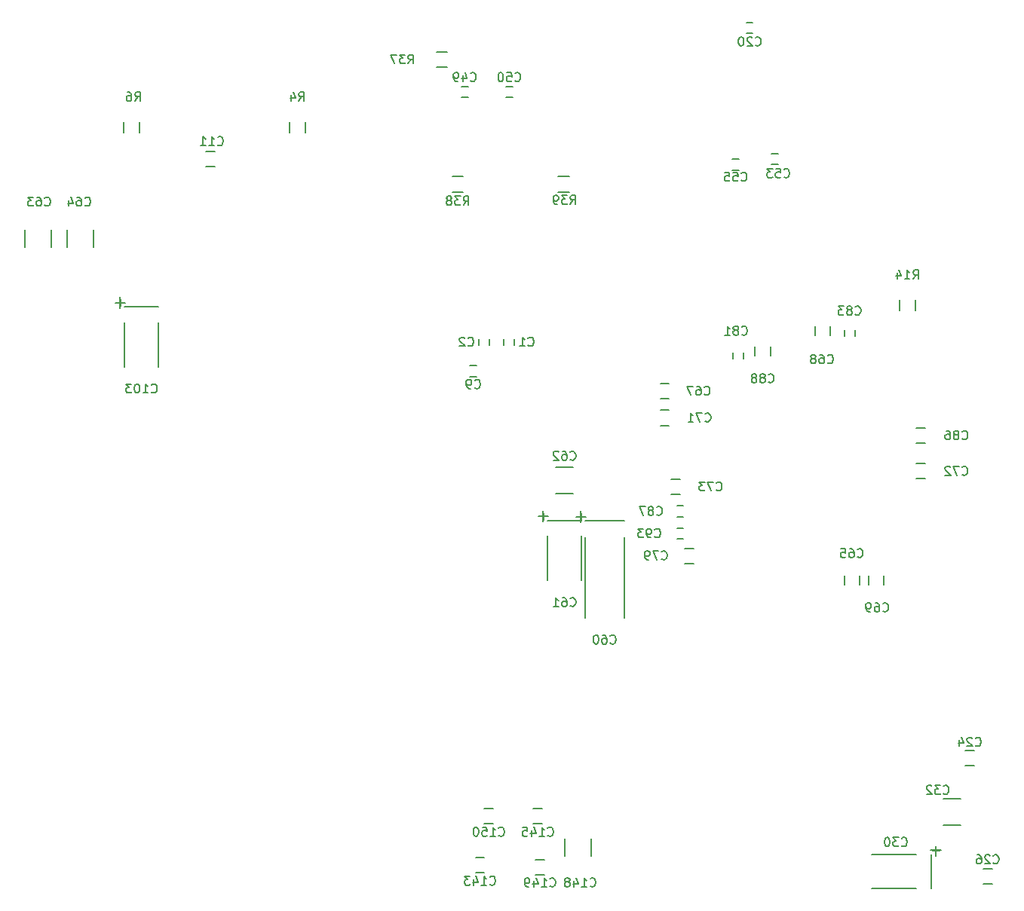
<source format=gbo>
G04 #@! TF.FileFunction,Legend,Bot*
%FSLAX46Y46*%
G04 Gerber Fmt 4.6, Leading zero omitted, Abs format (unit mm)*
G04 Created by KiCad (PCBNEW 0.201412201901+5330~19~ubuntu14.04.1-product) date ti. 30. des. 2014 kl. 17.44 +0100*
%MOMM*%
G01*
G04 APERTURE LIST*
%ADD10C,0.100000*%
%ADD11C,0.150000*%
G04 APERTURE END LIST*
D10*
D11*
X95150000Y-73400000D02*
X95150000Y-74100000D01*
X96350000Y-74100000D02*
X96350000Y-73400000D01*
X92400000Y-73400000D02*
X92400000Y-74100000D01*
X93600000Y-74100000D02*
X93600000Y-73400000D01*
X92100000Y-76400000D02*
X91400000Y-76400000D01*
X91400000Y-77600000D02*
X92100000Y-77600000D01*
X61700000Y-52350000D02*
X62700000Y-52350000D01*
X62700000Y-54050000D02*
X61700000Y-54050000D01*
X123150000Y-37800000D02*
X122450000Y-37800000D01*
X122450000Y-39000000D02*
X123150000Y-39000000D01*
X148000000Y-121350000D02*
X147000000Y-121350000D01*
X147000000Y-119650000D02*
X148000000Y-119650000D01*
X150000000Y-134600000D02*
X149000000Y-134600000D01*
X149000000Y-132900000D02*
X150000000Y-132900000D01*
X146500000Y-127975000D02*
X144500000Y-127975000D01*
X144500000Y-125025000D02*
X146500000Y-125025000D01*
X91150000Y-45000000D02*
X90450000Y-45000000D01*
X90450000Y-46200000D02*
X91150000Y-46200000D01*
X95450000Y-46200000D02*
X96150000Y-46200000D01*
X96150000Y-45000000D02*
X95450000Y-45000000D01*
X125250000Y-53800000D02*
X125950000Y-53800000D01*
X125950000Y-52600000D02*
X125250000Y-52600000D01*
X120850000Y-54400000D02*
X121550000Y-54400000D01*
X121550000Y-53200000D02*
X120850000Y-53200000D01*
X104300360Y-93796660D02*
X108699640Y-93796660D01*
X108699640Y-95699120D02*
X108699640Y-104700880D01*
X104300360Y-104700880D02*
X104300360Y-95699120D01*
X103297060Y-93342000D02*
X104396880Y-93342000D01*
X103797440Y-92742560D02*
X103797440Y-93941440D01*
X100100080Y-93798840D02*
X103899920Y-93798840D01*
X100100080Y-100499360D02*
X100100080Y-95500640D01*
X103899920Y-100496820D02*
X103899920Y-95498100D01*
X99096780Y-93295920D02*
X100196600Y-93295920D01*
X99597160Y-92696480D02*
X99597160Y-93895360D01*
X101000000Y-87775000D02*
X103000000Y-87775000D01*
X103000000Y-90725000D02*
X101000000Y-90725000D01*
X44375000Y-61100000D02*
X44375000Y-63100000D01*
X41425000Y-63100000D02*
X41425000Y-61100000D01*
X49075000Y-61100000D02*
X49075000Y-63100000D01*
X46125000Y-63100000D02*
X46125000Y-61100000D01*
X133400000Y-101000000D02*
X133400000Y-100000000D01*
X135100000Y-100000000D02*
X135100000Y-101000000D01*
X112750000Y-78400000D02*
X113750000Y-78400000D01*
X113750000Y-80100000D02*
X112750000Y-80100000D01*
X131850000Y-72000000D02*
X131850000Y-73000000D01*
X130150000Y-73000000D02*
X130150000Y-72000000D01*
X136150000Y-101000000D02*
X136150000Y-100000000D01*
X137850000Y-100000000D02*
X137850000Y-101000000D01*
X112750000Y-81400000D02*
X113750000Y-81400000D01*
X113750000Y-83100000D02*
X112750000Y-83100000D01*
X142500000Y-89100000D02*
X141500000Y-89100000D01*
X141500000Y-87400000D02*
X142500000Y-87400000D01*
X114000000Y-89150000D02*
X115000000Y-89150000D01*
X115000000Y-90850000D02*
X114000000Y-90850000D01*
X115500000Y-96900000D02*
X116500000Y-96900000D01*
X116500000Y-98600000D02*
X115500000Y-98600000D01*
X122100000Y-75600000D02*
X122100000Y-74900000D01*
X120900000Y-74900000D02*
X120900000Y-75600000D01*
X134600000Y-73100000D02*
X134600000Y-72400000D01*
X133400000Y-72400000D02*
X133400000Y-73100000D01*
X142500000Y-85100000D02*
X141500000Y-85100000D01*
X141500000Y-83400000D02*
X142500000Y-83400000D01*
X115350000Y-92150000D02*
X114650000Y-92150000D01*
X114650000Y-93350000D02*
X115350000Y-93350000D01*
X125100000Y-74250000D02*
X125100000Y-75250000D01*
X123400000Y-75250000D02*
X123400000Y-74250000D01*
X115350000Y-94650000D02*
X114650000Y-94650000D01*
X114650000Y-95850000D02*
X115350000Y-95850000D01*
X52600080Y-69798840D02*
X56399920Y-69798840D01*
X52600080Y-76499360D02*
X52600080Y-71500640D01*
X56399920Y-76496820D02*
X56399920Y-71498100D01*
X51596780Y-69295920D02*
X52696600Y-69295920D01*
X52097160Y-68696480D02*
X52097160Y-69895360D01*
X92000000Y-131650000D02*
X93000000Y-131650000D01*
X93000000Y-133350000D02*
X92000000Y-133350000D01*
X99500000Y-127850000D02*
X98500000Y-127850000D01*
X98500000Y-126150000D02*
X99500000Y-126150000D01*
X104975000Y-129500000D02*
X104975000Y-131500000D01*
X102025000Y-131500000D02*
X102025000Y-129500000D01*
X98750000Y-131900000D02*
X99750000Y-131900000D01*
X99750000Y-133600000D02*
X98750000Y-133600000D01*
X93000000Y-126150000D02*
X94000000Y-126150000D01*
X94000000Y-127850000D02*
X93000000Y-127850000D01*
X71125000Y-49000000D02*
X71125000Y-50200000D01*
X72875000Y-50200000D02*
X72875000Y-49000000D01*
X52525000Y-49000000D02*
X52525000Y-50200000D01*
X54275000Y-50200000D02*
X54275000Y-49000000D01*
X139625000Y-69000000D02*
X139625000Y-70200000D01*
X141375000Y-70200000D02*
X141375000Y-69000000D01*
X88800000Y-41125000D02*
X87600000Y-41125000D01*
X87600000Y-42875000D02*
X88800000Y-42875000D01*
X90600000Y-55125000D02*
X89400000Y-55125000D01*
X89400000Y-56875000D02*
X90600000Y-56875000D01*
X102500000Y-55125000D02*
X101300000Y-55125000D01*
X101300000Y-56875000D02*
X102500000Y-56875000D01*
X143201160Y-131350080D02*
X143201160Y-135149920D01*
X136500640Y-131350080D02*
X141499360Y-131350080D01*
X136503180Y-135149920D02*
X141501900Y-135149920D01*
X143704080Y-130346780D02*
X143704080Y-131446600D01*
X144303520Y-130847160D02*
X143104640Y-130847160D01*
X97916666Y-74107143D02*
X97964285Y-74154762D01*
X98107142Y-74202381D01*
X98202380Y-74202381D01*
X98345238Y-74154762D01*
X98440476Y-74059524D01*
X98488095Y-73964286D01*
X98535714Y-73773810D01*
X98535714Y-73630952D01*
X98488095Y-73440476D01*
X98440476Y-73345238D01*
X98345238Y-73250000D01*
X98202380Y-73202381D01*
X98107142Y-73202381D01*
X97964285Y-73250000D01*
X97916666Y-73297619D01*
X96964285Y-74202381D02*
X97535714Y-74202381D01*
X97250000Y-74202381D02*
X97250000Y-73202381D01*
X97345238Y-73345238D01*
X97440476Y-73440476D01*
X97535714Y-73488095D01*
X91166666Y-74107143D02*
X91214285Y-74154762D01*
X91357142Y-74202381D01*
X91452380Y-74202381D01*
X91595238Y-74154762D01*
X91690476Y-74059524D01*
X91738095Y-73964286D01*
X91785714Y-73773810D01*
X91785714Y-73630952D01*
X91738095Y-73440476D01*
X91690476Y-73345238D01*
X91595238Y-73250000D01*
X91452380Y-73202381D01*
X91357142Y-73202381D01*
X91214285Y-73250000D01*
X91166666Y-73297619D01*
X90785714Y-73297619D02*
X90738095Y-73250000D01*
X90642857Y-73202381D01*
X90404761Y-73202381D01*
X90309523Y-73250000D01*
X90261904Y-73297619D01*
X90214285Y-73392857D01*
X90214285Y-73488095D01*
X90261904Y-73630952D01*
X90833333Y-74202381D01*
X90214285Y-74202381D01*
X91916666Y-78857143D02*
X91964285Y-78904762D01*
X92107142Y-78952381D01*
X92202380Y-78952381D01*
X92345238Y-78904762D01*
X92440476Y-78809524D01*
X92488095Y-78714286D01*
X92535714Y-78523810D01*
X92535714Y-78380952D01*
X92488095Y-78190476D01*
X92440476Y-78095238D01*
X92345238Y-78000000D01*
X92202380Y-77952381D01*
X92107142Y-77952381D01*
X91964285Y-78000000D01*
X91916666Y-78047619D01*
X91440476Y-78952381D02*
X91250000Y-78952381D01*
X91154761Y-78904762D01*
X91107142Y-78857143D01*
X91011904Y-78714286D01*
X90964285Y-78523810D01*
X90964285Y-78142857D01*
X91011904Y-78047619D01*
X91059523Y-78000000D01*
X91154761Y-77952381D01*
X91345238Y-77952381D01*
X91440476Y-78000000D01*
X91488095Y-78047619D01*
X91535714Y-78142857D01*
X91535714Y-78380952D01*
X91488095Y-78476190D01*
X91440476Y-78523810D01*
X91345238Y-78571429D01*
X91154761Y-78571429D01*
X91059523Y-78523810D01*
X91011904Y-78476190D01*
X90964285Y-78380952D01*
X63042857Y-51557143D02*
X63090476Y-51604762D01*
X63233333Y-51652381D01*
X63328571Y-51652381D01*
X63471429Y-51604762D01*
X63566667Y-51509524D01*
X63614286Y-51414286D01*
X63661905Y-51223810D01*
X63661905Y-51080952D01*
X63614286Y-50890476D01*
X63566667Y-50795238D01*
X63471429Y-50700000D01*
X63328571Y-50652381D01*
X63233333Y-50652381D01*
X63090476Y-50700000D01*
X63042857Y-50747619D01*
X62090476Y-51652381D02*
X62661905Y-51652381D01*
X62376191Y-51652381D02*
X62376191Y-50652381D01*
X62471429Y-50795238D01*
X62566667Y-50890476D01*
X62661905Y-50938095D01*
X61138095Y-51652381D02*
X61709524Y-51652381D01*
X61423810Y-51652381D02*
X61423810Y-50652381D01*
X61519048Y-50795238D01*
X61614286Y-50890476D01*
X61709524Y-50938095D01*
X123442857Y-40357143D02*
X123490476Y-40404762D01*
X123633333Y-40452381D01*
X123728571Y-40452381D01*
X123871429Y-40404762D01*
X123966667Y-40309524D01*
X124014286Y-40214286D01*
X124061905Y-40023810D01*
X124061905Y-39880952D01*
X124014286Y-39690476D01*
X123966667Y-39595238D01*
X123871429Y-39500000D01*
X123728571Y-39452381D01*
X123633333Y-39452381D01*
X123490476Y-39500000D01*
X123442857Y-39547619D01*
X123061905Y-39547619D02*
X123014286Y-39500000D01*
X122919048Y-39452381D01*
X122680952Y-39452381D01*
X122585714Y-39500000D01*
X122538095Y-39547619D01*
X122490476Y-39642857D01*
X122490476Y-39738095D01*
X122538095Y-39880952D01*
X123109524Y-40452381D01*
X122490476Y-40452381D01*
X121871429Y-39452381D02*
X121776190Y-39452381D01*
X121680952Y-39500000D01*
X121633333Y-39547619D01*
X121585714Y-39642857D01*
X121538095Y-39833333D01*
X121538095Y-40071429D01*
X121585714Y-40261905D01*
X121633333Y-40357143D01*
X121680952Y-40404762D01*
X121776190Y-40452381D01*
X121871429Y-40452381D01*
X121966667Y-40404762D01*
X122014286Y-40357143D01*
X122061905Y-40261905D01*
X122109524Y-40071429D01*
X122109524Y-39833333D01*
X122061905Y-39642857D01*
X122014286Y-39547619D01*
X121966667Y-39500000D01*
X121871429Y-39452381D01*
X148142857Y-119057143D02*
X148190476Y-119104762D01*
X148333333Y-119152381D01*
X148428571Y-119152381D01*
X148571429Y-119104762D01*
X148666667Y-119009524D01*
X148714286Y-118914286D01*
X148761905Y-118723810D01*
X148761905Y-118580952D01*
X148714286Y-118390476D01*
X148666667Y-118295238D01*
X148571429Y-118200000D01*
X148428571Y-118152381D01*
X148333333Y-118152381D01*
X148190476Y-118200000D01*
X148142857Y-118247619D01*
X147761905Y-118247619D02*
X147714286Y-118200000D01*
X147619048Y-118152381D01*
X147380952Y-118152381D01*
X147285714Y-118200000D01*
X147238095Y-118247619D01*
X147190476Y-118342857D01*
X147190476Y-118438095D01*
X147238095Y-118580952D01*
X147809524Y-119152381D01*
X147190476Y-119152381D01*
X146333333Y-118485714D02*
X146333333Y-119152381D01*
X146571429Y-118104762D02*
X146809524Y-118819048D01*
X146190476Y-118819048D01*
X150142857Y-132257143D02*
X150190476Y-132304762D01*
X150333333Y-132352381D01*
X150428571Y-132352381D01*
X150571429Y-132304762D01*
X150666667Y-132209524D01*
X150714286Y-132114286D01*
X150761905Y-131923810D01*
X150761905Y-131780952D01*
X150714286Y-131590476D01*
X150666667Y-131495238D01*
X150571429Y-131400000D01*
X150428571Y-131352381D01*
X150333333Y-131352381D01*
X150190476Y-131400000D01*
X150142857Y-131447619D01*
X149761905Y-131447619D02*
X149714286Y-131400000D01*
X149619048Y-131352381D01*
X149380952Y-131352381D01*
X149285714Y-131400000D01*
X149238095Y-131447619D01*
X149190476Y-131542857D01*
X149190476Y-131638095D01*
X149238095Y-131780952D01*
X149809524Y-132352381D01*
X149190476Y-132352381D01*
X148333333Y-131352381D02*
X148523810Y-131352381D01*
X148619048Y-131400000D01*
X148666667Y-131447619D01*
X148761905Y-131590476D01*
X148809524Y-131780952D01*
X148809524Y-132161905D01*
X148761905Y-132257143D01*
X148714286Y-132304762D01*
X148619048Y-132352381D01*
X148428571Y-132352381D01*
X148333333Y-132304762D01*
X148285714Y-132257143D01*
X148238095Y-132161905D01*
X148238095Y-131923810D01*
X148285714Y-131828571D01*
X148333333Y-131780952D01*
X148428571Y-131733333D01*
X148619048Y-131733333D01*
X148714286Y-131780952D01*
X148761905Y-131828571D01*
X148809524Y-131923810D01*
X144542857Y-124457143D02*
X144590476Y-124504762D01*
X144733333Y-124552381D01*
X144828571Y-124552381D01*
X144971429Y-124504762D01*
X145066667Y-124409524D01*
X145114286Y-124314286D01*
X145161905Y-124123810D01*
X145161905Y-123980952D01*
X145114286Y-123790476D01*
X145066667Y-123695238D01*
X144971429Y-123600000D01*
X144828571Y-123552381D01*
X144733333Y-123552381D01*
X144590476Y-123600000D01*
X144542857Y-123647619D01*
X144209524Y-123552381D02*
X143590476Y-123552381D01*
X143923810Y-123933333D01*
X143780952Y-123933333D01*
X143685714Y-123980952D01*
X143638095Y-124028571D01*
X143590476Y-124123810D01*
X143590476Y-124361905D01*
X143638095Y-124457143D01*
X143685714Y-124504762D01*
X143780952Y-124552381D01*
X144066667Y-124552381D01*
X144161905Y-124504762D01*
X144209524Y-124457143D01*
X143209524Y-123647619D02*
X143161905Y-123600000D01*
X143066667Y-123552381D01*
X142828571Y-123552381D01*
X142733333Y-123600000D01*
X142685714Y-123647619D01*
X142638095Y-123742857D01*
X142638095Y-123838095D01*
X142685714Y-123980952D01*
X143257143Y-124552381D01*
X142638095Y-124552381D01*
X91442857Y-44357143D02*
X91490476Y-44404762D01*
X91633333Y-44452381D01*
X91728571Y-44452381D01*
X91871429Y-44404762D01*
X91966667Y-44309524D01*
X92014286Y-44214286D01*
X92061905Y-44023810D01*
X92061905Y-43880952D01*
X92014286Y-43690476D01*
X91966667Y-43595238D01*
X91871429Y-43500000D01*
X91728571Y-43452381D01*
X91633333Y-43452381D01*
X91490476Y-43500000D01*
X91442857Y-43547619D01*
X90585714Y-43785714D02*
X90585714Y-44452381D01*
X90823810Y-43404762D02*
X91061905Y-44119048D01*
X90442857Y-44119048D01*
X90014286Y-44452381D02*
X89823810Y-44452381D01*
X89728571Y-44404762D01*
X89680952Y-44357143D01*
X89585714Y-44214286D01*
X89538095Y-44023810D01*
X89538095Y-43642857D01*
X89585714Y-43547619D01*
X89633333Y-43500000D01*
X89728571Y-43452381D01*
X89919048Y-43452381D01*
X90014286Y-43500000D01*
X90061905Y-43547619D01*
X90109524Y-43642857D01*
X90109524Y-43880952D01*
X90061905Y-43976190D01*
X90014286Y-44023810D01*
X89919048Y-44071429D01*
X89728571Y-44071429D01*
X89633333Y-44023810D01*
X89585714Y-43976190D01*
X89538095Y-43880952D01*
X96442857Y-44357143D02*
X96490476Y-44404762D01*
X96633333Y-44452381D01*
X96728571Y-44452381D01*
X96871429Y-44404762D01*
X96966667Y-44309524D01*
X97014286Y-44214286D01*
X97061905Y-44023810D01*
X97061905Y-43880952D01*
X97014286Y-43690476D01*
X96966667Y-43595238D01*
X96871429Y-43500000D01*
X96728571Y-43452381D01*
X96633333Y-43452381D01*
X96490476Y-43500000D01*
X96442857Y-43547619D01*
X95538095Y-43452381D02*
X96014286Y-43452381D01*
X96061905Y-43928571D01*
X96014286Y-43880952D01*
X95919048Y-43833333D01*
X95680952Y-43833333D01*
X95585714Y-43880952D01*
X95538095Y-43928571D01*
X95490476Y-44023810D01*
X95490476Y-44261905D01*
X95538095Y-44357143D01*
X95585714Y-44404762D01*
X95680952Y-44452381D01*
X95919048Y-44452381D01*
X96014286Y-44404762D01*
X96061905Y-44357143D01*
X94871429Y-43452381D02*
X94776190Y-43452381D01*
X94680952Y-43500000D01*
X94633333Y-43547619D01*
X94585714Y-43642857D01*
X94538095Y-43833333D01*
X94538095Y-44071429D01*
X94585714Y-44261905D01*
X94633333Y-44357143D01*
X94680952Y-44404762D01*
X94776190Y-44452381D01*
X94871429Y-44452381D01*
X94966667Y-44404762D01*
X95014286Y-44357143D01*
X95061905Y-44261905D01*
X95109524Y-44071429D01*
X95109524Y-43833333D01*
X95061905Y-43642857D01*
X95014286Y-43547619D01*
X94966667Y-43500000D01*
X94871429Y-43452381D01*
X126642857Y-55157143D02*
X126690476Y-55204762D01*
X126833333Y-55252381D01*
X126928571Y-55252381D01*
X127071429Y-55204762D01*
X127166667Y-55109524D01*
X127214286Y-55014286D01*
X127261905Y-54823810D01*
X127261905Y-54680952D01*
X127214286Y-54490476D01*
X127166667Y-54395238D01*
X127071429Y-54300000D01*
X126928571Y-54252381D01*
X126833333Y-54252381D01*
X126690476Y-54300000D01*
X126642857Y-54347619D01*
X125738095Y-54252381D02*
X126214286Y-54252381D01*
X126261905Y-54728571D01*
X126214286Y-54680952D01*
X126119048Y-54633333D01*
X125880952Y-54633333D01*
X125785714Y-54680952D01*
X125738095Y-54728571D01*
X125690476Y-54823810D01*
X125690476Y-55061905D01*
X125738095Y-55157143D01*
X125785714Y-55204762D01*
X125880952Y-55252381D01*
X126119048Y-55252381D01*
X126214286Y-55204762D01*
X126261905Y-55157143D01*
X125357143Y-54252381D02*
X124738095Y-54252381D01*
X125071429Y-54633333D01*
X124928571Y-54633333D01*
X124833333Y-54680952D01*
X124785714Y-54728571D01*
X124738095Y-54823810D01*
X124738095Y-55061905D01*
X124785714Y-55157143D01*
X124833333Y-55204762D01*
X124928571Y-55252381D01*
X125214286Y-55252381D01*
X125309524Y-55204762D01*
X125357143Y-55157143D01*
X121842857Y-55557143D02*
X121890476Y-55604762D01*
X122033333Y-55652381D01*
X122128571Y-55652381D01*
X122271429Y-55604762D01*
X122366667Y-55509524D01*
X122414286Y-55414286D01*
X122461905Y-55223810D01*
X122461905Y-55080952D01*
X122414286Y-54890476D01*
X122366667Y-54795238D01*
X122271429Y-54700000D01*
X122128571Y-54652381D01*
X122033333Y-54652381D01*
X121890476Y-54700000D01*
X121842857Y-54747619D01*
X120938095Y-54652381D02*
X121414286Y-54652381D01*
X121461905Y-55128571D01*
X121414286Y-55080952D01*
X121319048Y-55033333D01*
X121080952Y-55033333D01*
X120985714Y-55080952D01*
X120938095Y-55128571D01*
X120890476Y-55223810D01*
X120890476Y-55461905D01*
X120938095Y-55557143D01*
X120985714Y-55604762D01*
X121080952Y-55652381D01*
X121319048Y-55652381D01*
X121414286Y-55604762D01*
X121461905Y-55557143D01*
X119985714Y-54652381D02*
X120461905Y-54652381D01*
X120509524Y-55128571D01*
X120461905Y-55080952D01*
X120366667Y-55033333D01*
X120128571Y-55033333D01*
X120033333Y-55080952D01*
X119985714Y-55128571D01*
X119938095Y-55223810D01*
X119938095Y-55461905D01*
X119985714Y-55557143D01*
X120033333Y-55604762D01*
X120128571Y-55652381D01*
X120366667Y-55652381D01*
X120461905Y-55604762D01*
X120509524Y-55557143D01*
X107142857Y-107557143D02*
X107190476Y-107604762D01*
X107333333Y-107652381D01*
X107428571Y-107652381D01*
X107571429Y-107604762D01*
X107666667Y-107509524D01*
X107714286Y-107414286D01*
X107761905Y-107223810D01*
X107761905Y-107080952D01*
X107714286Y-106890476D01*
X107666667Y-106795238D01*
X107571429Y-106700000D01*
X107428571Y-106652381D01*
X107333333Y-106652381D01*
X107190476Y-106700000D01*
X107142857Y-106747619D01*
X106285714Y-106652381D02*
X106476191Y-106652381D01*
X106571429Y-106700000D01*
X106619048Y-106747619D01*
X106714286Y-106890476D01*
X106761905Y-107080952D01*
X106761905Y-107461905D01*
X106714286Y-107557143D01*
X106666667Y-107604762D01*
X106571429Y-107652381D01*
X106380952Y-107652381D01*
X106285714Y-107604762D01*
X106238095Y-107557143D01*
X106190476Y-107461905D01*
X106190476Y-107223810D01*
X106238095Y-107128571D01*
X106285714Y-107080952D01*
X106380952Y-107033333D01*
X106571429Y-107033333D01*
X106666667Y-107080952D01*
X106714286Y-107128571D01*
X106761905Y-107223810D01*
X105571429Y-106652381D02*
X105476190Y-106652381D01*
X105380952Y-106700000D01*
X105333333Y-106747619D01*
X105285714Y-106842857D01*
X105238095Y-107033333D01*
X105238095Y-107271429D01*
X105285714Y-107461905D01*
X105333333Y-107557143D01*
X105380952Y-107604762D01*
X105476190Y-107652381D01*
X105571429Y-107652381D01*
X105666667Y-107604762D01*
X105714286Y-107557143D01*
X105761905Y-107461905D01*
X105809524Y-107271429D01*
X105809524Y-107033333D01*
X105761905Y-106842857D01*
X105714286Y-106747619D01*
X105666667Y-106700000D01*
X105571429Y-106652381D01*
X103871409Y-92963588D02*
X103871409Y-93725493D01*
X104252361Y-93344541D02*
X103490456Y-93344541D01*
X102642857Y-103357143D02*
X102690476Y-103404762D01*
X102833333Y-103452381D01*
X102928571Y-103452381D01*
X103071429Y-103404762D01*
X103166667Y-103309524D01*
X103214286Y-103214286D01*
X103261905Y-103023810D01*
X103261905Y-102880952D01*
X103214286Y-102690476D01*
X103166667Y-102595238D01*
X103071429Y-102500000D01*
X102928571Y-102452381D01*
X102833333Y-102452381D01*
X102690476Y-102500000D01*
X102642857Y-102547619D01*
X101785714Y-102452381D02*
X101976191Y-102452381D01*
X102071429Y-102500000D01*
X102119048Y-102547619D01*
X102214286Y-102690476D01*
X102261905Y-102880952D01*
X102261905Y-103261905D01*
X102214286Y-103357143D01*
X102166667Y-103404762D01*
X102071429Y-103452381D01*
X101880952Y-103452381D01*
X101785714Y-103404762D01*
X101738095Y-103357143D01*
X101690476Y-103261905D01*
X101690476Y-103023810D01*
X101738095Y-102928571D01*
X101785714Y-102880952D01*
X101880952Y-102833333D01*
X102071429Y-102833333D01*
X102166667Y-102880952D01*
X102214286Y-102928571D01*
X102261905Y-103023810D01*
X100738095Y-103452381D02*
X101309524Y-103452381D01*
X101023810Y-103452381D02*
X101023810Y-102452381D01*
X101119048Y-102595238D01*
X101214286Y-102690476D01*
X101309524Y-102738095D01*
X99671129Y-92917508D02*
X99671129Y-93679413D01*
X100052081Y-93298461D02*
X99290176Y-93298461D01*
X102642857Y-86907143D02*
X102690476Y-86954762D01*
X102833333Y-87002381D01*
X102928571Y-87002381D01*
X103071429Y-86954762D01*
X103166667Y-86859524D01*
X103214286Y-86764286D01*
X103261905Y-86573810D01*
X103261905Y-86430952D01*
X103214286Y-86240476D01*
X103166667Y-86145238D01*
X103071429Y-86050000D01*
X102928571Y-86002381D01*
X102833333Y-86002381D01*
X102690476Y-86050000D01*
X102642857Y-86097619D01*
X101785714Y-86002381D02*
X101976191Y-86002381D01*
X102071429Y-86050000D01*
X102119048Y-86097619D01*
X102214286Y-86240476D01*
X102261905Y-86430952D01*
X102261905Y-86811905D01*
X102214286Y-86907143D01*
X102166667Y-86954762D01*
X102071429Y-87002381D01*
X101880952Y-87002381D01*
X101785714Y-86954762D01*
X101738095Y-86907143D01*
X101690476Y-86811905D01*
X101690476Y-86573810D01*
X101738095Y-86478571D01*
X101785714Y-86430952D01*
X101880952Y-86383333D01*
X102071429Y-86383333D01*
X102166667Y-86430952D01*
X102214286Y-86478571D01*
X102261905Y-86573810D01*
X101309524Y-86097619D02*
X101261905Y-86050000D01*
X101166667Y-86002381D01*
X100928571Y-86002381D01*
X100833333Y-86050000D01*
X100785714Y-86097619D01*
X100738095Y-86192857D01*
X100738095Y-86288095D01*
X100785714Y-86430952D01*
X101357143Y-87002381D01*
X100738095Y-87002381D01*
X43642857Y-58357143D02*
X43690476Y-58404762D01*
X43833333Y-58452381D01*
X43928571Y-58452381D01*
X44071429Y-58404762D01*
X44166667Y-58309524D01*
X44214286Y-58214286D01*
X44261905Y-58023810D01*
X44261905Y-57880952D01*
X44214286Y-57690476D01*
X44166667Y-57595238D01*
X44071429Y-57500000D01*
X43928571Y-57452381D01*
X43833333Y-57452381D01*
X43690476Y-57500000D01*
X43642857Y-57547619D01*
X42785714Y-57452381D02*
X42976191Y-57452381D01*
X43071429Y-57500000D01*
X43119048Y-57547619D01*
X43214286Y-57690476D01*
X43261905Y-57880952D01*
X43261905Y-58261905D01*
X43214286Y-58357143D01*
X43166667Y-58404762D01*
X43071429Y-58452381D01*
X42880952Y-58452381D01*
X42785714Y-58404762D01*
X42738095Y-58357143D01*
X42690476Y-58261905D01*
X42690476Y-58023810D01*
X42738095Y-57928571D01*
X42785714Y-57880952D01*
X42880952Y-57833333D01*
X43071429Y-57833333D01*
X43166667Y-57880952D01*
X43214286Y-57928571D01*
X43261905Y-58023810D01*
X42357143Y-57452381D02*
X41738095Y-57452381D01*
X42071429Y-57833333D01*
X41928571Y-57833333D01*
X41833333Y-57880952D01*
X41785714Y-57928571D01*
X41738095Y-58023810D01*
X41738095Y-58261905D01*
X41785714Y-58357143D01*
X41833333Y-58404762D01*
X41928571Y-58452381D01*
X42214286Y-58452381D01*
X42309524Y-58404762D01*
X42357143Y-58357143D01*
X48142857Y-58357143D02*
X48190476Y-58404762D01*
X48333333Y-58452381D01*
X48428571Y-58452381D01*
X48571429Y-58404762D01*
X48666667Y-58309524D01*
X48714286Y-58214286D01*
X48761905Y-58023810D01*
X48761905Y-57880952D01*
X48714286Y-57690476D01*
X48666667Y-57595238D01*
X48571429Y-57500000D01*
X48428571Y-57452381D01*
X48333333Y-57452381D01*
X48190476Y-57500000D01*
X48142857Y-57547619D01*
X47285714Y-57452381D02*
X47476191Y-57452381D01*
X47571429Y-57500000D01*
X47619048Y-57547619D01*
X47714286Y-57690476D01*
X47761905Y-57880952D01*
X47761905Y-58261905D01*
X47714286Y-58357143D01*
X47666667Y-58404762D01*
X47571429Y-58452381D01*
X47380952Y-58452381D01*
X47285714Y-58404762D01*
X47238095Y-58357143D01*
X47190476Y-58261905D01*
X47190476Y-58023810D01*
X47238095Y-57928571D01*
X47285714Y-57880952D01*
X47380952Y-57833333D01*
X47571429Y-57833333D01*
X47666667Y-57880952D01*
X47714286Y-57928571D01*
X47761905Y-58023810D01*
X46333333Y-57785714D02*
X46333333Y-58452381D01*
X46571429Y-57404762D02*
X46809524Y-58119048D01*
X46190476Y-58119048D01*
X134892857Y-97857143D02*
X134940476Y-97904762D01*
X135083333Y-97952381D01*
X135178571Y-97952381D01*
X135321429Y-97904762D01*
X135416667Y-97809524D01*
X135464286Y-97714286D01*
X135511905Y-97523810D01*
X135511905Y-97380952D01*
X135464286Y-97190476D01*
X135416667Y-97095238D01*
X135321429Y-97000000D01*
X135178571Y-96952381D01*
X135083333Y-96952381D01*
X134940476Y-97000000D01*
X134892857Y-97047619D01*
X134035714Y-96952381D02*
X134226191Y-96952381D01*
X134321429Y-97000000D01*
X134369048Y-97047619D01*
X134464286Y-97190476D01*
X134511905Y-97380952D01*
X134511905Y-97761905D01*
X134464286Y-97857143D01*
X134416667Y-97904762D01*
X134321429Y-97952381D01*
X134130952Y-97952381D01*
X134035714Y-97904762D01*
X133988095Y-97857143D01*
X133940476Y-97761905D01*
X133940476Y-97523810D01*
X133988095Y-97428571D01*
X134035714Y-97380952D01*
X134130952Y-97333333D01*
X134321429Y-97333333D01*
X134416667Y-97380952D01*
X134464286Y-97428571D01*
X134511905Y-97523810D01*
X133035714Y-96952381D02*
X133511905Y-96952381D01*
X133559524Y-97428571D01*
X133511905Y-97380952D01*
X133416667Y-97333333D01*
X133178571Y-97333333D01*
X133083333Y-97380952D01*
X133035714Y-97428571D01*
X132988095Y-97523810D01*
X132988095Y-97761905D01*
X133035714Y-97857143D01*
X133083333Y-97904762D01*
X133178571Y-97952381D01*
X133416667Y-97952381D01*
X133511905Y-97904762D01*
X133559524Y-97857143D01*
X117692857Y-79607143D02*
X117740476Y-79654762D01*
X117883333Y-79702381D01*
X117978571Y-79702381D01*
X118121429Y-79654762D01*
X118216667Y-79559524D01*
X118264286Y-79464286D01*
X118311905Y-79273810D01*
X118311905Y-79130952D01*
X118264286Y-78940476D01*
X118216667Y-78845238D01*
X118121429Y-78750000D01*
X117978571Y-78702381D01*
X117883333Y-78702381D01*
X117740476Y-78750000D01*
X117692857Y-78797619D01*
X116835714Y-78702381D02*
X117026191Y-78702381D01*
X117121429Y-78750000D01*
X117169048Y-78797619D01*
X117264286Y-78940476D01*
X117311905Y-79130952D01*
X117311905Y-79511905D01*
X117264286Y-79607143D01*
X117216667Y-79654762D01*
X117121429Y-79702381D01*
X116930952Y-79702381D01*
X116835714Y-79654762D01*
X116788095Y-79607143D01*
X116740476Y-79511905D01*
X116740476Y-79273810D01*
X116788095Y-79178571D01*
X116835714Y-79130952D01*
X116930952Y-79083333D01*
X117121429Y-79083333D01*
X117216667Y-79130952D01*
X117264286Y-79178571D01*
X117311905Y-79273810D01*
X116407143Y-78702381D02*
X115740476Y-78702381D01*
X116169048Y-79702381D01*
X131542857Y-76057143D02*
X131590476Y-76104762D01*
X131733333Y-76152381D01*
X131828571Y-76152381D01*
X131971429Y-76104762D01*
X132066667Y-76009524D01*
X132114286Y-75914286D01*
X132161905Y-75723810D01*
X132161905Y-75580952D01*
X132114286Y-75390476D01*
X132066667Y-75295238D01*
X131971429Y-75200000D01*
X131828571Y-75152381D01*
X131733333Y-75152381D01*
X131590476Y-75200000D01*
X131542857Y-75247619D01*
X130685714Y-75152381D02*
X130876191Y-75152381D01*
X130971429Y-75200000D01*
X131019048Y-75247619D01*
X131114286Y-75390476D01*
X131161905Y-75580952D01*
X131161905Y-75961905D01*
X131114286Y-76057143D01*
X131066667Y-76104762D01*
X130971429Y-76152381D01*
X130780952Y-76152381D01*
X130685714Y-76104762D01*
X130638095Y-76057143D01*
X130590476Y-75961905D01*
X130590476Y-75723810D01*
X130638095Y-75628571D01*
X130685714Y-75580952D01*
X130780952Y-75533333D01*
X130971429Y-75533333D01*
X131066667Y-75580952D01*
X131114286Y-75628571D01*
X131161905Y-75723810D01*
X130019048Y-75580952D02*
X130114286Y-75533333D01*
X130161905Y-75485714D01*
X130209524Y-75390476D01*
X130209524Y-75342857D01*
X130161905Y-75247619D01*
X130114286Y-75200000D01*
X130019048Y-75152381D01*
X129828571Y-75152381D01*
X129733333Y-75200000D01*
X129685714Y-75247619D01*
X129638095Y-75342857D01*
X129638095Y-75390476D01*
X129685714Y-75485714D01*
X129733333Y-75533333D01*
X129828571Y-75580952D01*
X130019048Y-75580952D01*
X130114286Y-75628571D01*
X130161905Y-75676190D01*
X130209524Y-75771429D01*
X130209524Y-75961905D01*
X130161905Y-76057143D01*
X130114286Y-76104762D01*
X130019048Y-76152381D01*
X129828571Y-76152381D01*
X129733333Y-76104762D01*
X129685714Y-76057143D01*
X129638095Y-75961905D01*
X129638095Y-75771429D01*
X129685714Y-75676190D01*
X129733333Y-75628571D01*
X129828571Y-75580952D01*
X137742857Y-103957143D02*
X137790476Y-104004762D01*
X137933333Y-104052381D01*
X138028571Y-104052381D01*
X138171429Y-104004762D01*
X138266667Y-103909524D01*
X138314286Y-103814286D01*
X138361905Y-103623810D01*
X138361905Y-103480952D01*
X138314286Y-103290476D01*
X138266667Y-103195238D01*
X138171429Y-103100000D01*
X138028571Y-103052381D01*
X137933333Y-103052381D01*
X137790476Y-103100000D01*
X137742857Y-103147619D01*
X136885714Y-103052381D02*
X137076191Y-103052381D01*
X137171429Y-103100000D01*
X137219048Y-103147619D01*
X137314286Y-103290476D01*
X137361905Y-103480952D01*
X137361905Y-103861905D01*
X137314286Y-103957143D01*
X137266667Y-104004762D01*
X137171429Y-104052381D01*
X136980952Y-104052381D01*
X136885714Y-104004762D01*
X136838095Y-103957143D01*
X136790476Y-103861905D01*
X136790476Y-103623810D01*
X136838095Y-103528571D01*
X136885714Y-103480952D01*
X136980952Y-103433333D01*
X137171429Y-103433333D01*
X137266667Y-103480952D01*
X137314286Y-103528571D01*
X137361905Y-103623810D01*
X136314286Y-104052381D02*
X136123810Y-104052381D01*
X136028571Y-104004762D01*
X135980952Y-103957143D01*
X135885714Y-103814286D01*
X135838095Y-103623810D01*
X135838095Y-103242857D01*
X135885714Y-103147619D01*
X135933333Y-103100000D01*
X136028571Y-103052381D01*
X136219048Y-103052381D01*
X136314286Y-103100000D01*
X136361905Y-103147619D01*
X136409524Y-103242857D01*
X136409524Y-103480952D01*
X136361905Y-103576190D01*
X136314286Y-103623810D01*
X136219048Y-103671429D01*
X136028571Y-103671429D01*
X135933333Y-103623810D01*
X135885714Y-103576190D01*
X135838095Y-103480952D01*
X117792857Y-82607143D02*
X117840476Y-82654762D01*
X117983333Y-82702381D01*
X118078571Y-82702381D01*
X118221429Y-82654762D01*
X118316667Y-82559524D01*
X118364286Y-82464286D01*
X118411905Y-82273810D01*
X118411905Y-82130952D01*
X118364286Y-81940476D01*
X118316667Y-81845238D01*
X118221429Y-81750000D01*
X118078571Y-81702381D01*
X117983333Y-81702381D01*
X117840476Y-81750000D01*
X117792857Y-81797619D01*
X117459524Y-81702381D02*
X116792857Y-81702381D01*
X117221429Y-82702381D01*
X115888095Y-82702381D02*
X116459524Y-82702381D01*
X116173810Y-82702381D02*
X116173810Y-81702381D01*
X116269048Y-81845238D01*
X116364286Y-81940476D01*
X116459524Y-81988095D01*
X146642857Y-88607143D02*
X146690476Y-88654762D01*
X146833333Y-88702381D01*
X146928571Y-88702381D01*
X147071429Y-88654762D01*
X147166667Y-88559524D01*
X147214286Y-88464286D01*
X147261905Y-88273810D01*
X147261905Y-88130952D01*
X147214286Y-87940476D01*
X147166667Y-87845238D01*
X147071429Y-87750000D01*
X146928571Y-87702381D01*
X146833333Y-87702381D01*
X146690476Y-87750000D01*
X146642857Y-87797619D01*
X146309524Y-87702381D02*
X145642857Y-87702381D01*
X146071429Y-88702381D01*
X145309524Y-87797619D02*
X145261905Y-87750000D01*
X145166667Y-87702381D01*
X144928571Y-87702381D01*
X144833333Y-87750000D01*
X144785714Y-87797619D01*
X144738095Y-87892857D01*
X144738095Y-87988095D01*
X144785714Y-88130952D01*
X145357143Y-88702381D01*
X144738095Y-88702381D01*
X119042857Y-90357143D02*
X119090476Y-90404762D01*
X119233333Y-90452381D01*
X119328571Y-90452381D01*
X119471429Y-90404762D01*
X119566667Y-90309524D01*
X119614286Y-90214286D01*
X119661905Y-90023810D01*
X119661905Y-89880952D01*
X119614286Y-89690476D01*
X119566667Y-89595238D01*
X119471429Y-89500000D01*
X119328571Y-89452381D01*
X119233333Y-89452381D01*
X119090476Y-89500000D01*
X119042857Y-89547619D01*
X118709524Y-89452381D02*
X118042857Y-89452381D01*
X118471429Y-90452381D01*
X117757143Y-89452381D02*
X117138095Y-89452381D01*
X117471429Y-89833333D01*
X117328571Y-89833333D01*
X117233333Y-89880952D01*
X117185714Y-89928571D01*
X117138095Y-90023810D01*
X117138095Y-90261905D01*
X117185714Y-90357143D01*
X117233333Y-90404762D01*
X117328571Y-90452381D01*
X117614286Y-90452381D01*
X117709524Y-90404762D01*
X117757143Y-90357143D01*
X112892857Y-98107143D02*
X112940476Y-98154762D01*
X113083333Y-98202381D01*
X113178571Y-98202381D01*
X113321429Y-98154762D01*
X113416667Y-98059524D01*
X113464286Y-97964286D01*
X113511905Y-97773810D01*
X113511905Y-97630952D01*
X113464286Y-97440476D01*
X113416667Y-97345238D01*
X113321429Y-97250000D01*
X113178571Y-97202381D01*
X113083333Y-97202381D01*
X112940476Y-97250000D01*
X112892857Y-97297619D01*
X112559524Y-97202381D02*
X111892857Y-97202381D01*
X112321429Y-98202381D01*
X111464286Y-98202381D02*
X111273810Y-98202381D01*
X111178571Y-98154762D01*
X111130952Y-98107143D01*
X111035714Y-97964286D01*
X110988095Y-97773810D01*
X110988095Y-97392857D01*
X111035714Y-97297619D01*
X111083333Y-97250000D01*
X111178571Y-97202381D01*
X111369048Y-97202381D01*
X111464286Y-97250000D01*
X111511905Y-97297619D01*
X111559524Y-97392857D01*
X111559524Y-97630952D01*
X111511905Y-97726190D01*
X111464286Y-97773810D01*
X111369048Y-97821429D01*
X111178571Y-97821429D01*
X111083333Y-97773810D01*
X111035714Y-97726190D01*
X110988095Y-97630952D01*
X121892857Y-72857143D02*
X121940476Y-72904762D01*
X122083333Y-72952381D01*
X122178571Y-72952381D01*
X122321429Y-72904762D01*
X122416667Y-72809524D01*
X122464286Y-72714286D01*
X122511905Y-72523810D01*
X122511905Y-72380952D01*
X122464286Y-72190476D01*
X122416667Y-72095238D01*
X122321429Y-72000000D01*
X122178571Y-71952381D01*
X122083333Y-71952381D01*
X121940476Y-72000000D01*
X121892857Y-72047619D01*
X121321429Y-72380952D02*
X121416667Y-72333333D01*
X121464286Y-72285714D01*
X121511905Y-72190476D01*
X121511905Y-72142857D01*
X121464286Y-72047619D01*
X121416667Y-72000000D01*
X121321429Y-71952381D01*
X121130952Y-71952381D01*
X121035714Y-72000000D01*
X120988095Y-72047619D01*
X120940476Y-72142857D01*
X120940476Y-72190476D01*
X120988095Y-72285714D01*
X121035714Y-72333333D01*
X121130952Y-72380952D01*
X121321429Y-72380952D01*
X121416667Y-72428571D01*
X121464286Y-72476190D01*
X121511905Y-72571429D01*
X121511905Y-72761905D01*
X121464286Y-72857143D01*
X121416667Y-72904762D01*
X121321429Y-72952381D01*
X121130952Y-72952381D01*
X121035714Y-72904762D01*
X120988095Y-72857143D01*
X120940476Y-72761905D01*
X120940476Y-72571429D01*
X120988095Y-72476190D01*
X121035714Y-72428571D01*
X121130952Y-72380952D01*
X119988095Y-72952381D02*
X120559524Y-72952381D01*
X120273810Y-72952381D02*
X120273810Y-71952381D01*
X120369048Y-72095238D01*
X120464286Y-72190476D01*
X120559524Y-72238095D01*
X134642857Y-70607143D02*
X134690476Y-70654762D01*
X134833333Y-70702381D01*
X134928571Y-70702381D01*
X135071429Y-70654762D01*
X135166667Y-70559524D01*
X135214286Y-70464286D01*
X135261905Y-70273810D01*
X135261905Y-70130952D01*
X135214286Y-69940476D01*
X135166667Y-69845238D01*
X135071429Y-69750000D01*
X134928571Y-69702381D01*
X134833333Y-69702381D01*
X134690476Y-69750000D01*
X134642857Y-69797619D01*
X134071429Y-70130952D02*
X134166667Y-70083333D01*
X134214286Y-70035714D01*
X134261905Y-69940476D01*
X134261905Y-69892857D01*
X134214286Y-69797619D01*
X134166667Y-69750000D01*
X134071429Y-69702381D01*
X133880952Y-69702381D01*
X133785714Y-69750000D01*
X133738095Y-69797619D01*
X133690476Y-69892857D01*
X133690476Y-69940476D01*
X133738095Y-70035714D01*
X133785714Y-70083333D01*
X133880952Y-70130952D01*
X134071429Y-70130952D01*
X134166667Y-70178571D01*
X134214286Y-70226190D01*
X134261905Y-70321429D01*
X134261905Y-70511905D01*
X134214286Y-70607143D01*
X134166667Y-70654762D01*
X134071429Y-70702381D01*
X133880952Y-70702381D01*
X133785714Y-70654762D01*
X133738095Y-70607143D01*
X133690476Y-70511905D01*
X133690476Y-70321429D01*
X133738095Y-70226190D01*
X133785714Y-70178571D01*
X133880952Y-70130952D01*
X133357143Y-69702381D02*
X132738095Y-69702381D01*
X133071429Y-70083333D01*
X132928571Y-70083333D01*
X132833333Y-70130952D01*
X132785714Y-70178571D01*
X132738095Y-70273810D01*
X132738095Y-70511905D01*
X132785714Y-70607143D01*
X132833333Y-70654762D01*
X132928571Y-70702381D01*
X133214286Y-70702381D01*
X133309524Y-70654762D01*
X133357143Y-70607143D01*
X146642857Y-84607143D02*
X146690476Y-84654762D01*
X146833333Y-84702381D01*
X146928571Y-84702381D01*
X147071429Y-84654762D01*
X147166667Y-84559524D01*
X147214286Y-84464286D01*
X147261905Y-84273810D01*
X147261905Y-84130952D01*
X147214286Y-83940476D01*
X147166667Y-83845238D01*
X147071429Y-83750000D01*
X146928571Y-83702381D01*
X146833333Y-83702381D01*
X146690476Y-83750000D01*
X146642857Y-83797619D01*
X146071429Y-84130952D02*
X146166667Y-84083333D01*
X146214286Y-84035714D01*
X146261905Y-83940476D01*
X146261905Y-83892857D01*
X146214286Y-83797619D01*
X146166667Y-83750000D01*
X146071429Y-83702381D01*
X145880952Y-83702381D01*
X145785714Y-83750000D01*
X145738095Y-83797619D01*
X145690476Y-83892857D01*
X145690476Y-83940476D01*
X145738095Y-84035714D01*
X145785714Y-84083333D01*
X145880952Y-84130952D01*
X146071429Y-84130952D01*
X146166667Y-84178571D01*
X146214286Y-84226190D01*
X146261905Y-84321429D01*
X146261905Y-84511905D01*
X146214286Y-84607143D01*
X146166667Y-84654762D01*
X146071429Y-84702381D01*
X145880952Y-84702381D01*
X145785714Y-84654762D01*
X145738095Y-84607143D01*
X145690476Y-84511905D01*
X145690476Y-84321429D01*
X145738095Y-84226190D01*
X145785714Y-84178571D01*
X145880952Y-84130952D01*
X144833333Y-83702381D02*
X145023810Y-83702381D01*
X145119048Y-83750000D01*
X145166667Y-83797619D01*
X145261905Y-83940476D01*
X145309524Y-84130952D01*
X145309524Y-84511905D01*
X145261905Y-84607143D01*
X145214286Y-84654762D01*
X145119048Y-84702381D01*
X144928571Y-84702381D01*
X144833333Y-84654762D01*
X144785714Y-84607143D01*
X144738095Y-84511905D01*
X144738095Y-84273810D01*
X144785714Y-84178571D01*
X144833333Y-84130952D01*
X144928571Y-84083333D01*
X145119048Y-84083333D01*
X145214286Y-84130952D01*
X145261905Y-84178571D01*
X145309524Y-84273810D01*
X112342857Y-93107143D02*
X112390476Y-93154762D01*
X112533333Y-93202381D01*
X112628571Y-93202381D01*
X112771429Y-93154762D01*
X112866667Y-93059524D01*
X112914286Y-92964286D01*
X112961905Y-92773810D01*
X112961905Y-92630952D01*
X112914286Y-92440476D01*
X112866667Y-92345238D01*
X112771429Y-92250000D01*
X112628571Y-92202381D01*
X112533333Y-92202381D01*
X112390476Y-92250000D01*
X112342857Y-92297619D01*
X111771429Y-92630952D02*
X111866667Y-92583333D01*
X111914286Y-92535714D01*
X111961905Y-92440476D01*
X111961905Y-92392857D01*
X111914286Y-92297619D01*
X111866667Y-92250000D01*
X111771429Y-92202381D01*
X111580952Y-92202381D01*
X111485714Y-92250000D01*
X111438095Y-92297619D01*
X111390476Y-92392857D01*
X111390476Y-92440476D01*
X111438095Y-92535714D01*
X111485714Y-92583333D01*
X111580952Y-92630952D01*
X111771429Y-92630952D01*
X111866667Y-92678571D01*
X111914286Y-92726190D01*
X111961905Y-92821429D01*
X111961905Y-93011905D01*
X111914286Y-93107143D01*
X111866667Y-93154762D01*
X111771429Y-93202381D01*
X111580952Y-93202381D01*
X111485714Y-93154762D01*
X111438095Y-93107143D01*
X111390476Y-93011905D01*
X111390476Y-92821429D01*
X111438095Y-92726190D01*
X111485714Y-92678571D01*
X111580952Y-92630952D01*
X111057143Y-92202381D02*
X110390476Y-92202381D01*
X110819048Y-93202381D01*
X124892857Y-78207143D02*
X124940476Y-78254762D01*
X125083333Y-78302381D01*
X125178571Y-78302381D01*
X125321429Y-78254762D01*
X125416667Y-78159524D01*
X125464286Y-78064286D01*
X125511905Y-77873810D01*
X125511905Y-77730952D01*
X125464286Y-77540476D01*
X125416667Y-77445238D01*
X125321429Y-77350000D01*
X125178571Y-77302381D01*
X125083333Y-77302381D01*
X124940476Y-77350000D01*
X124892857Y-77397619D01*
X124321429Y-77730952D02*
X124416667Y-77683333D01*
X124464286Y-77635714D01*
X124511905Y-77540476D01*
X124511905Y-77492857D01*
X124464286Y-77397619D01*
X124416667Y-77350000D01*
X124321429Y-77302381D01*
X124130952Y-77302381D01*
X124035714Y-77350000D01*
X123988095Y-77397619D01*
X123940476Y-77492857D01*
X123940476Y-77540476D01*
X123988095Y-77635714D01*
X124035714Y-77683333D01*
X124130952Y-77730952D01*
X124321429Y-77730952D01*
X124416667Y-77778571D01*
X124464286Y-77826190D01*
X124511905Y-77921429D01*
X124511905Y-78111905D01*
X124464286Y-78207143D01*
X124416667Y-78254762D01*
X124321429Y-78302381D01*
X124130952Y-78302381D01*
X124035714Y-78254762D01*
X123988095Y-78207143D01*
X123940476Y-78111905D01*
X123940476Y-77921429D01*
X123988095Y-77826190D01*
X124035714Y-77778571D01*
X124130952Y-77730952D01*
X123369048Y-77730952D02*
X123464286Y-77683333D01*
X123511905Y-77635714D01*
X123559524Y-77540476D01*
X123559524Y-77492857D01*
X123511905Y-77397619D01*
X123464286Y-77350000D01*
X123369048Y-77302381D01*
X123178571Y-77302381D01*
X123083333Y-77350000D01*
X123035714Y-77397619D01*
X122988095Y-77492857D01*
X122988095Y-77540476D01*
X123035714Y-77635714D01*
X123083333Y-77683333D01*
X123178571Y-77730952D01*
X123369048Y-77730952D01*
X123464286Y-77778571D01*
X123511905Y-77826190D01*
X123559524Y-77921429D01*
X123559524Y-78111905D01*
X123511905Y-78207143D01*
X123464286Y-78254762D01*
X123369048Y-78302381D01*
X123178571Y-78302381D01*
X123083333Y-78254762D01*
X123035714Y-78207143D01*
X122988095Y-78111905D01*
X122988095Y-77921429D01*
X123035714Y-77826190D01*
X123083333Y-77778571D01*
X123178571Y-77730952D01*
X112142857Y-95607143D02*
X112190476Y-95654762D01*
X112333333Y-95702381D01*
X112428571Y-95702381D01*
X112571429Y-95654762D01*
X112666667Y-95559524D01*
X112714286Y-95464286D01*
X112761905Y-95273810D01*
X112761905Y-95130952D01*
X112714286Y-94940476D01*
X112666667Y-94845238D01*
X112571429Y-94750000D01*
X112428571Y-94702381D01*
X112333333Y-94702381D01*
X112190476Y-94750000D01*
X112142857Y-94797619D01*
X111666667Y-95702381D02*
X111476191Y-95702381D01*
X111380952Y-95654762D01*
X111333333Y-95607143D01*
X111238095Y-95464286D01*
X111190476Y-95273810D01*
X111190476Y-94892857D01*
X111238095Y-94797619D01*
X111285714Y-94750000D01*
X111380952Y-94702381D01*
X111571429Y-94702381D01*
X111666667Y-94750000D01*
X111714286Y-94797619D01*
X111761905Y-94892857D01*
X111761905Y-95130952D01*
X111714286Y-95226190D01*
X111666667Y-95273810D01*
X111571429Y-95321429D01*
X111380952Y-95321429D01*
X111285714Y-95273810D01*
X111238095Y-95226190D01*
X111190476Y-95130952D01*
X110857143Y-94702381D02*
X110238095Y-94702381D01*
X110571429Y-95083333D01*
X110428571Y-95083333D01*
X110333333Y-95130952D01*
X110285714Y-95178571D01*
X110238095Y-95273810D01*
X110238095Y-95511905D01*
X110285714Y-95607143D01*
X110333333Y-95654762D01*
X110428571Y-95702381D01*
X110714286Y-95702381D01*
X110809524Y-95654762D01*
X110857143Y-95607143D01*
X55619047Y-79357143D02*
X55666666Y-79404762D01*
X55809523Y-79452381D01*
X55904761Y-79452381D01*
X56047619Y-79404762D01*
X56142857Y-79309524D01*
X56190476Y-79214286D01*
X56238095Y-79023810D01*
X56238095Y-78880952D01*
X56190476Y-78690476D01*
X56142857Y-78595238D01*
X56047619Y-78500000D01*
X55904761Y-78452381D01*
X55809523Y-78452381D01*
X55666666Y-78500000D01*
X55619047Y-78547619D01*
X54666666Y-79452381D02*
X55238095Y-79452381D01*
X54952381Y-79452381D02*
X54952381Y-78452381D01*
X55047619Y-78595238D01*
X55142857Y-78690476D01*
X55238095Y-78738095D01*
X54047619Y-78452381D02*
X53952380Y-78452381D01*
X53857142Y-78500000D01*
X53809523Y-78547619D01*
X53761904Y-78642857D01*
X53714285Y-78833333D01*
X53714285Y-79071429D01*
X53761904Y-79261905D01*
X53809523Y-79357143D01*
X53857142Y-79404762D01*
X53952380Y-79452381D01*
X54047619Y-79452381D01*
X54142857Y-79404762D01*
X54190476Y-79357143D01*
X54238095Y-79261905D01*
X54285714Y-79071429D01*
X54285714Y-78833333D01*
X54238095Y-78642857D01*
X54190476Y-78547619D01*
X54142857Y-78500000D01*
X54047619Y-78452381D01*
X53380952Y-78452381D02*
X52761904Y-78452381D01*
X53095238Y-78833333D01*
X52952380Y-78833333D01*
X52857142Y-78880952D01*
X52809523Y-78928571D01*
X52761904Y-79023810D01*
X52761904Y-79261905D01*
X52809523Y-79357143D01*
X52857142Y-79404762D01*
X52952380Y-79452381D01*
X53238095Y-79452381D01*
X53333333Y-79404762D01*
X53380952Y-79357143D01*
X52171129Y-68917508D02*
X52171129Y-69679413D01*
X52552081Y-69298461D02*
X51790176Y-69298461D01*
X93619047Y-134657143D02*
X93666666Y-134704762D01*
X93809523Y-134752381D01*
X93904761Y-134752381D01*
X94047619Y-134704762D01*
X94142857Y-134609524D01*
X94190476Y-134514286D01*
X94238095Y-134323810D01*
X94238095Y-134180952D01*
X94190476Y-133990476D01*
X94142857Y-133895238D01*
X94047619Y-133800000D01*
X93904761Y-133752381D01*
X93809523Y-133752381D01*
X93666666Y-133800000D01*
X93619047Y-133847619D01*
X92666666Y-134752381D02*
X93238095Y-134752381D01*
X92952381Y-134752381D02*
X92952381Y-133752381D01*
X93047619Y-133895238D01*
X93142857Y-133990476D01*
X93238095Y-134038095D01*
X91809523Y-134085714D02*
X91809523Y-134752381D01*
X92047619Y-133704762D02*
X92285714Y-134419048D01*
X91666666Y-134419048D01*
X91380952Y-133752381D02*
X90761904Y-133752381D01*
X91095238Y-134133333D01*
X90952380Y-134133333D01*
X90857142Y-134180952D01*
X90809523Y-134228571D01*
X90761904Y-134323810D01*
X90761904Y-134561905D01*
X90809523Y-134657143D01*
X90857142Y-134704762D01*
X90952380Y-134752381D01*
X91238095Y-134752381D01*
X91333333Y-134704762D01*
X91380952Y-134657143D01*
X100119047Y-129157143D02*
X100166666Y-129204762D01*
X100309523Y-129252381D01*
X100404761Y-129252381D01*
X100547619Y-129204762D01*
X100642857Y-129109524D01*
X100690476Y-129014286D01*
X100738095Y-128823810D01*
X100738095Y-128680952D01*
X100690476Y-128490476D01*
X100642857Y-128395238D01*
X100547619Y-128300000D01*
X100404761Y-128252381D01*
X100309523Y-128252381D01*
X100166666Y-128300000D01*
X100119047Y-128347619D01*
X99166666Y-129252381D02*
X99738095Y-129252381D01*
X99452381Y-129252381D02*
X99452381Y-128252381D01*
X99547619Y-128395238D01*
X99642857Y-128490476D01*
X99738095Y-128538095D01*
X98309523Y-128585714D02*
X98309523Y-129252381D01*
X98547619Y-128204762D02*
X98785714Y-128919048D01*
X98166666Y-128919048D01*
X97309523Y-128252381D02*
X97785714Y-128252381D01*
X97833333Y-128728571D01*
X97785714Y-128680952D01*
X97690476Y-128633333D01*
X97452380Y-128633333D01*
X97357142Y-128680952D01*
X97309523Y-128728571D01*
X97261904Y-128823810D01*
X97261904Y-129061905D01*
X97309523Y-129157143D01*
X97357142Y-129204762D01*
X97452380Y-129252381D01*
X97690476Y-129252381D01*
X97785714Y-129204762D01*
X97833333Y-129157143D01*
X104869047Y-134857143D02*
X104916666Y-134904762D01*
X105059523Y-134952381D01*
X105154761Y-134952381D01*
X105297619Y-134904762D01*
X105392857Y-134809524D01*
X105440476Y-134714286D01*
X105488095Y-134523810D01*
X105488095Y-134380952D01*
X105440476Y-134190476D01*
X105392857Y-134095238D01*
X105297619Y-134000000D01*
X105154761Y-133952381D01*
X105059523Y-133952381D01*
X104916666Y-134000000D01*
X104869047Y-134047619D01*
X103916666Y-134952381D02*
X104488095Y-134952381D01*
X104202381Y-134952381D02*
X104202381Y-133952381D01*
X104297619Y-134095238D01*
X104392857Y-134190476D01*
X104488095Y-134238095D01*
X103059523Y-134285714D02*
X103059523Y-134952381D01*
X103297619Y-133904762D02*
X103535714Y-134619048D01*
X102916666Y-134619048D01*
X102392857Y-134380952D02*
X102488095Y-134333333D01*
X102535714Y-134285714D01*
X102583333Y-134190476D01*
X102583333Y-134142857D01*
X102535714Y-134047619D01*
X102488095Y-134000000D01*
X102392857Y-133952381D01*
X102202380Y-133952381D01*
X102107142Y-134000000D01*
X102059523Y-134047619D01*
X102011904Y-134142857D01*
X102011904Y-134190476D01*
X102059523Y-134285714D01*
X102107142Y-134333333D01*
X102202380Y-134380952D01*
X102392857Y-134380952D01*
X102488095Y-134428571D01*
X102535714Y-134476190D01*
X102583333Y-134571429D01*
X102583333Y-134761905D01*
X102535714Y-134857143D01*
X102488095Y-134904762D01*
X102392857Y-134952381D01*
X102202380Y-134952381D01*
X102107142Y-134904762D01*
X102059523Y-134857143D01*
X102011904Y-134761905D01*
X102011904Y-134571429D01*
X102059523Y-134476190D01*
X102107142Y-134428571D01*
X102202380Y-134380952D01*
X100369047Y-134857143D02*
X100416666Y-134904762D01*
X100559523Y-134952381D01*
X100654761Y-134952381D01*
X100797619Y-134904762D01*
X100892857Y-134809524D01*
X100940476Y-134714286D01*
X100988095Y-134523810D01*
X100988095Y-134380952D01*
X100940476Y-134190476D01*
X100892857Y-134095238D01*
X100797619Y-134000000D01*
X100654761Y-133952381D01*
X100559523Y-133952381D01*
X100416666Y-134000000D01*
X100369047Y-134047619D01*
X99416666Y-134952381D02*
X99988095Y-134952381D01*
X99702381Y-134952381D02*
X99702381Y-133952381D01*
X99797619Y-134095238D01*
X99892857Y-134190476D01*
X99988095Y-134238095D01*
X98559523Y-134285714D02*
X98559523Y-134952381D01*
X98797619Y-133904762D02*
X99035714Y-134619048D01*
X98416666Y-134619048D01*
X97988095Y-134952381D02*
X97797619Y-134952381D01*
X97702380Y-134904762D01*
X97654761Y-134857143D01*
X97559523Y-134714286D01*
X97511904Y-134523810D01*
X97511904Y-134142857D01*
X97559523Y-134047619D01*
X97607142Y-134000000D01*
X97702380Y-133952381D01*
X97892857Y-133952381D01*
X97988095Y-134000000D01*
X98035714Y-134047619D01*
X98083333Y-134142857D01*
X98083333Y-134380952D01*
X98035714Y-134476190D01*
X97988095Y-134523810D01*
X97892857Y-134571429D01*
X97702380Y-134571429D01*
X97607142Y-134523810D01*
X97559523Y-134476190D01*
X97511904Y-134380952D01*
X94619047Y-129157143D02*
X94666666Y-129204762D01*
X94809523Y-129252381D01*
X94904761Y-129252381D01*
X95047619Y-129204762D01*
X95142857Y-129109524D01*
X95190476Y-129014286D01*
X95238095Y-128823810D01*
X95238095Y-128680952D01*
X95190476Y-128490476D01*
X95142857Y-128395238D01*
X95047619Y-128300000D01*
X94904761Y-128252381D01*
X94809523Y-128252381D01*
X94666666Y-128300000D01*
X94619047Y-128347619D01*
X93666666Y-129252381D02*
X94238095Y-129252381D01*
X93952381Y-129252381D02*
X93952381Y-128252381D01*
X94047619Y-128395238D01*
X94142857Y-128490476D01*
X94238095Y-128538095D01*
X92761904Y-128252381D02*
X93238095Y-128252381D01*
X93285714Y-128728571D01*
X93238095Y-128680952D01*
X93142857Y-128633333D01*
X92904761Y-128633333D01*
X92809523Y-128680952D01*
X92761904Y-128728571D01*
X92714285Y-128823810D01*
X92714285Y-129061905D01*
X92761904Y-129157143D01*
X92809523Y-129204762D01*
X92904761Y-129252381D01*
X93142857Y-129252381D01*
X93238095Y-129204762D01*
X93285714Y-129157143D01*
X92095238Y-128252381D02*
X91999999Y-128252381D01*
X91904761Y-128300000D01*
X91857142Y-128347619D01*
X91809523Y-128442857D01*
X91761904Y-128633333D01*
X91761904Y-128871429D01*
X91809523Y-129061905D01*
X91857142Y-129157143D01*
X91904761Y-129204762D01*
X91999999Y-129252381D01*
X92095238Y-129252381D01*
X92190476Y-129204762D01*
X92238095Y-129157143D01*
X92285714Y-129061905D01*
X92333333Y-128871429D01*
X92333333Y-128633333D01*
X92285714Y-128442857D01*
X92238095Y-128347619D01*
X92190476Y-128300000D01*
X92095238Y-128252381D01*
X72166666Y-46652381D02*
X72500000Y-46176190D01*
X72738095Y-46652381D02*
X72738095Y-45652381D01*
X72357142Y-45652381D01*
X72261904Y-45700000D01*
X72214285Y-45747619D01*
X72166666Y-45842857D01*
X72166666Y-45985714D01*
X72214285Y-46080952D01*
X72261904Y-46128571D01*
X72357142Y-46176190D01*
X72738095Y-46176190D01*
X71309523Y-45985714D02*
X71309523Y-46652381D01*
X71547619Y-45604762D02*
X71785714Y-46319048D01*
X71166666Y-46319048D01*
X53766666Y-46652381D02*
X54100000Y-46176190D01*
X54338095Y-46652381D02*
X54338095Y-45652381D01*
X53957142Y-45652381D01*
X53861904Y-45700000D01*
X53814285Y-45747619D01*
X53766666Y-45842857D01*
X53766666Y-45985714D01*
X53814285Y-46080952D01*
X53861904Y-46128571D01*
X53957142Y-46176190D01*
X54338095Y-46176190D01*
X52909523Y-45652381D02*
X53100000Y-45652381D01*
X53195238Y-45700000D01*
X53242857Y-45747619D01*
X53338095Y-45890476D01*
X53385714Y-46080952D01*
X53385714Y-46461905D01*
X53338095Y-46557143D01*
X53290476Y-46604762D01*
X53195238Y-46652381D01*
X53004761Y-46652381D01*
X52909523Y-46604762D01*
X52861904Y-46557143D01*
X52814285Y-46461905D01*
X52814285Y-46223810D01*
X52861904Y-46128571D01*
X52909523Y-46080952D01*
X53004761Y-46033333D01*
X53195238Y-46033333D01*
X53290476Y-46080952D01*
X53338095Y-46128571D01*
X53385714Y-46223810D01*
X141142857Y-66652381D02*
X141476191Y-66176190D01*
X141714286Y-66652381D02*
X141714286Y-65652381D01*
X141333333Y-65652381D01*
X141238095Y-65700000D01*
X141190476Y-65747619D01*
X141142857Y-65842857D01*
X141142857Y-65985714D01*
X141190476Y-66080952D01*
X141238095Y-66128571D01*
X141333333Y-66176190D01*
X141714286Y-66176190D01*
X140190476Y-66652381D02*
X140761905Y-66652381D01*
X140476191Y-66652381D02*
X140476191Y-65652381D01*
X140571429Y-65795238D01*
X140666667Y-65890476D01*
X140761905Y-65938095D01*
X139333333Y-65985714D02*
X139333333Y-66652381D01*
X139571429Y-65604762D02*
X139809524Y-66319048D01*
X139190476Y-66319048D01*
X84442857Y-42452381D02*
X84776191Y-41976190D01*
X85014286Y-42452381D02*
X85014286Y-41452381D01*
X84633333Y-41452381D01*
X84538095Y-41500000D01*
X84490476Y-41547619D01*
X84442857Y-41642857D01*
X84442857Y-41785714D01*
X84490476Y-41880952D01*
X84538095Y-41928571D01*
X84633333Y-41976190D01*
X85014286Y-41976190D01*
X84109524Y-41452381D02*
X83490476Y-41452381D01*
X83823810Y-41833333D01*
X83680952Y-41833333D01*
X83585714Y-41880952D01*
X83538095Y-41928571D01*
X83490476Y-42023810D01*
X83490476Y-42261905D01*
X83538095Y-42357143D01*
X83585714Y-42404762D01*
X83680952Y-42452381D01*
X83966667Y-42452381D01*
X84061905Y-42404762D01*
X84109524Y-42357143D01*
X83157143Y-41452381D02*
X82490476Y-41452381D01*
X82919048Y-42452381D01*
X90642857Y-58352381D02*
X90976191Y-57876190D01*
X91214286Y-58352381D02*
X91214286Y-57352381D01*
X90833333Y-57352381D01*
X90738095Y-57400000D01*
X90690476Y-57447619D01*
X90642857Y-57542857D01*
X90642857Y-57685714D01*
X90690476Y-57780952D01*
X90738095Y-57828571D01*
X90833333Y-57876190D01*
X91214286Y-57876190D01*
X90309524Y-57352381D02*
X89690476Y-57352381D01*
X90023810Y-57733333D01*
X89880952Y-57733333D01*
X89785714Y-57780952D01*
X89738095Y-57828571D01*
X89690476Y-57923810D01*
X89690476Y-58161905D01*
X89738095Y-58257143D01*
X89785714Y-58304762D01*
X89880952Y-58352381D01*
X90166667Y-58352381D01*
X90261905Y-58304762D01*
X90309524Y-58257143D01*
X89119048Y-57780952D02*
X89214286Y-57733333D01*
X89261905Y-57685714D01*
X89309524Y-57590476D01*
X89309524Y-57542857D01*
X89261905Y-57447619D01*
X89214286Y-57400000D01*
X89119048Y-57352381D01*
X88928571Y-57352381D01*
X88833333Y-57400000D01*
X88785714Y-57447619D01*
X88738095Y-57542857D01*
X88738095Y-57590476D01*
X88785714Y-57685714D01*
X88833333Y-57733333D01*
X88928571Y-57780952D01*
X89119048Y-57780952D01*
X89214286Y-57828571D01*
X89261905Y-57876190D01*
X89309524Y-57971429D01*
X89309524Y-58161905D01*
X89261905Y-58257143D01*
X89214286Y-58304762D01*
X89119048Y-58352381D01*
X88928571Y-58352381D01*
X88833333Y-58304762D01*
X88785714Y-58257143D01*
X88738095Y-58161905D01*
X88738095Y-57971429D01*
X88785714Y-57876190D01*
X88833333Y-57828571D01*
X88928571Y-57780952D01*
X102642857Y-58252381D02*
X102976191Y-57776190D01*
X103214286Y-58252381D02*
X103214286Y-57252381D01*
X102833333Y-57252381D01*
X102738095Y-57300000D01*
X102690476Y-57347619D01*
X102642857Y-57442857D01*
X102642857Y-57585714D01*
X102690476Y-57680952D01*
X102738095Y-57728571D01*
X102833333Y-57776190D01*
X103214286Y-57776190D01*
X102309524Y-57252381D02*
X101690476Y-57252381D01*
X102023810Y-57633333D01*
X101880952Y-57633333D01*
X101785714Y-57680952D01*
X101738095Y-57728571D01*
X101690476Y-57823810D01*
X101690476Y-58061905D01*
X101738095Y-58157143D01*
X101785714Y-58204762D01*
X101880952Y-58252381D01*
X102166667Y-58252381D01*
X102261905Y-58204762D01*
X102309524Y-58157143D01*
X101214286Y-58252381D02*
X101023810Y-58252381D01*
X100928571Y-58204762D01*
X100880952Y-58157143D01*
X100785714Y-58014286D01*
X100738095Y-57823810D01*
X100738095Y-57442857D01*
X100785714Y-57347619D01*
X100833333Y-57300000D01*
X100928571Y-57252381D01*
X101119048Y-57252381D01*
X101214286Y-57300000D01*
X101261905Y-57347619D01*
X101309524Y-57442857D01*
X101309524Y-57680952D01*
X101261905Y-57776190D01*
X101214286Y-57823810D01*
X101119048Y-57871429D01*
X100928571Y-57871429D01*
X100833333Y-57823810D01*
X100785714Y-57776190D01*
X100738095Y-57680952D01*
X139843517Y-130307683D02*
X139891136Y-130355302D01*
X140033993Y-130402921D01*
X140129231Y-130402921D01*
X140272089Y-130355302D01*
X140367327Y-130260064D01*
X140414946Y-130164826D01*
X140462565Y-129974350D01*
X140462565Y-129831492D01*
X140414946Y-129641016D01*
X140367327Y-129545778D01*
X140272089Y-129450540D01*
X140129231Y-129402921D01*
X140033993Y-129402921D01*
X139891136Y-129450540D01*
X139843517Y-129498159D01*
X139510184Y-129402921D02*
X138891136Y-129402921D01*
X139224470Y-129783873D01*
X139081612Y-129783873D01*
X138986374Y-129831492D01*
X138938755Y-129879111D01*
X138891136Y-129974350D01*
X138891136Y-130212445D01*
X138938755Y-130307683D01*
X138986374Y-130355302D01*
X139081612Y-130402921D01*
X139367327Y-130402921D01*
X139462565Y-130355302D01*
X139510184Y-130307683D01*
X138272089Y-129402921D02*
X138176850Y-129402921D01*
X138081612Y-129450540D01*
X138033993Y-129498159D01*
X137986374Y-129593397D01*
X137938755Y-129783873D01*
X137938755Y-130021969D01*
X137986374Y-130212445D01*
X138033993Y-130307683D01*
X138081612Y-130355302D01*
X138176850Y-130402921D01*
X138272089Y-130402921D01*
X138367327Y-130355302D01*
X138414946Y-130307683D01*
X138462565Y-130212445D01*
X138510184Y-130021969D01*
X138510184Y-129783873D01*
X138462565Y-129593397D01*
X138414946Y-129498159D01*
X138367327Y-129450540D01*
X138272089Y-129402921D01*
X144082492Y-130921129D02*
X143320587Y-130921129D01*
X143701539Y-131302081D02*
X143701539Y-130540176D01*
M02*

</source>
